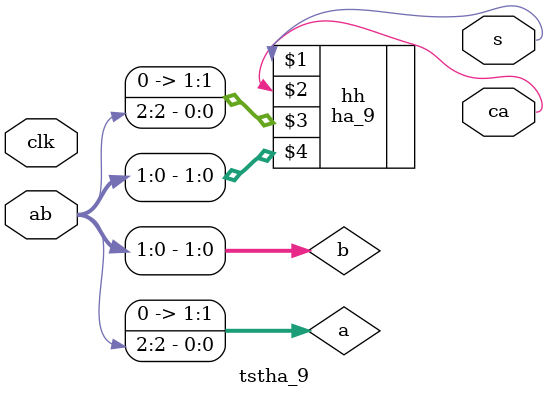
<source format=sv>
module tstha_9(input clk, input logic [2:0] ab, output logic s, ca);
  logic [1:0] a,b;
  assign {a,b} = ab;
  ha_9 hh(s,ca,a,b);
  initial $monitor($time, " a = %b, b = %b,out carry = %b, outsum = %b ",a,b,ca,s);
endmodule
</source>
